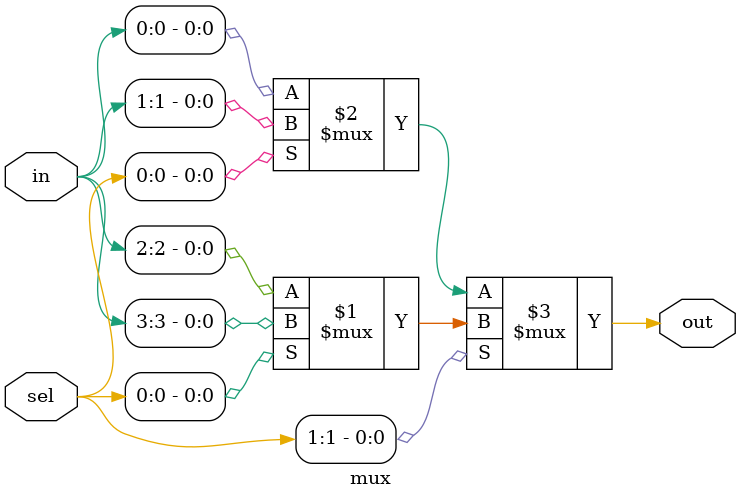
<source format=v>
module mux(in, sel, out);
	input [3:0] in;
	input [1:0]sel;
	output reg out;

	assign out=sel[1]?(sel[0]?in[3]:in[2]):(sel[0]?in[1]:in[0]);

	endmodule

</source>
